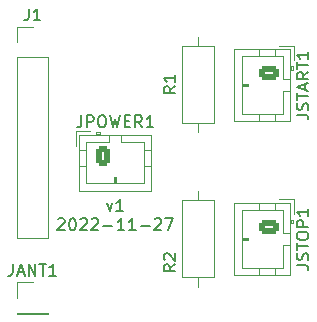
<source format=gto>
G04 #@! TF.GenerationSoftware,KiCad,Pcbnew,6.0.2+dfsg-1*
G04 #@! TF.CreationDate,2022-11-27T01:25:19-05:00*
G04 #@! TF.ProjectId,remote,72656d6f-7465-42e6-9b69-6361645f7063,rev?*
G04 #@! TF.SameCoordinates,Original*
G04 #@! TF.FileFunction,Legend,Top*
G04 #@! TF.FilePolarity,Positive*
%FSLAX46Y46*%
G04 Gerber Fmt 4.6, Leading zero omitted, Abs format (unit mm)*
G04 Created by KiCad (PCBNEW 6.0.2+dfsg-1) date 2022-11-27 01:25:19*
%MOMM*%
%LPD*%
G01*
G04 APERTURE LIST*
G04 Aperture macros list*
%AMRoundRect*
0 Rectangle with rounded corners*
0 $1 Rounding radius*
0 $2 $3 $4 $5 $6 $7 $8 $9 X,Y pos of 4 corners*
0 Add a 4 corners polygon primitive as box body*
4,1,4,$2,$3,$4,$5,$6,$7,$8,$9,$2,$3,0*
0 Add four circle primitives for the rounded corners*
1,1,$1+$1,$2,$3*
1,1,$1+$1,$4,$5*
1,1,$1+$1,$6,$7*
1,1,$1+$1,$8,$9*
0 Add four rect primitives between the rounded corners*
20,1,$1+$1,$2,$3,$4,$5,0*
20,1,$1+$1,$4,$5,$6,$7,0*
20,1,$1+$1,$6,$7,$8,$9,0*
20,1,$1+$1,$8,$9,$2,$3,0*%
G04 Aperture macros list end*
%ADD10C,0.150000*%
%ADD11C,0.120000*%
%ADD12C,3.200000*%
%ADD13C,1.600000*%
%ADD14O,1.600000X1.600000*%
%ADD15RoundRect,0.250000X-0.625000X0.350000X-0.625000X-0.350000X0.625000X-0.350000X0.625000X0.350000X0*%
%ADD16O,1.750000X1.200000*%
%ADD17RoundRect,0.250000X-0.350000X-0.625000X0.350000X-0.625000X0.350000X0.625000X-0.350000X0.625000X0*%
%ADD18O,1.200000X1.750000*%
%ADD19R,1.700000X1.700000*%
%ADD20O,1.700000X1.700000*%
G04 APERTURE END LIST*
D10*
X141285714Y-81980714D02*
X141523809Y-82647380D01*
X141761904Y-81980714D01*
X142666666Y-82647380D02*
X142095238Y-82647380D01*
X142380952Y-82647380D02*
X142380952Y-81647380D01*
X142285714Y-81790238D01*
X142190476Y-81885476D01*
X142095238Y-81933095D01*
X137142857Y-83352619D02*
X137190476Y-83305000D01*
X137285714Y-83257380D01*
X137523809Y-83257380D01*
X137619047Y-83305000D01*
X137666666Y-83352619D01*
X137714285Y-83447857D01*
X137714285Y-83543095D01*
X137666666Y-83685952D01*
X137095238Y-84257380D01*
X137714285Y-84257380D01*
X138333333Y-83257380D02*
X138428571Y-83257380D01*
X138523809Y-83305000D01*
X138571428Y-83352619D01*
X138619047Y-83447857D01*
X138666666Y-83638333D01*
X138666666Y-83876428D01*
X138619047Y-84066904D01*
X138571428Y-84162142D01*
X138523809Y-84209761D01*
X138428571Y-84257380D01*
X138333333Y-84257380D01*
X138238095Y-84209761D01*
X138190476Y-84162142D01*
X138142857Y-84066904D01*
X138095238Y-83876428D01*
X138095238Y-83638333D01*
X138142857Y-83447857D01*
X138190476Y-83352619D01*
X138238095Y-83305000D01*
X138333333Y-83257380D01*
X139047619Y-83352619D02*
X139095238Y-83305000D01*
X139190476Y-83257380D01*
X139428571Y-83257380D01*
X139523809Y-83305000D01*
X139571428Y-83352619D01*
X139619047Y-83447857D01*
X139619047Y-83543095D01*
X139571428Y-83685952D01*
X139000000Y-84257380D01*
X139619047Y-84257380D01*
X140000000Y-83352619D02*
X140047619Y-83305000D01*
X140142857Y-83257380D01*
X140380952Y-83257380D01*
X140476190Y-83305000D01*
X140523809Y-83352619D01*
X140571428Y-83447857D01*
X140571428Y-83543095D01*
X140523809Y-83685952D01*
X139952380Y-84257380D01*
X140571428Y-84257380D01*
X141000000Y-83876428D02*
X141761904Y-83876428D01*
X142761904Y-84257380D02*
X142190476Y-84257380D01*
X142476190Y-84257380D02*
X142476190Y-83257380D01*
X142380952Y-83400238D01*
X142285714Y-83495476D01*
X142190476Y-83543095D01*
X143714285Y-84257380D02*
X143142857Y-84257380D01*
X143428571Y-84257380D02*
X143428571Y-83257380D01*
X143333333Y-83400238D01*
X143238095Y-83495476D01*
X143142857Y-83543095D01*
X144142857Y-83876428D02*
X144904761Y-83876428D01*
X145333333Y-83352619D02*
X145380952Y-83305000D01*
X145476190Y-83257380D01*
X145714285Y-83257380D01*
X145809523Y-83305000D01*
X145857142Y-83352619D01*
X145904761Y-83447857D01*
X145904761Y-83543095D01*
X145857142Y-83685952D01*
X145285714Y-84257380D01*
X145904761Y-84257380D01*
X146238095Y-83257380D02*
X146904761Y-83257380D01*
X146476190Y-84257380D01*
X147082380Y-87166666D02*
X146606190Y-87500000D01*
X147082380Y-87738095D02*
X146082380Y-87738095D01*
X146082380Y-87357142D01*
X146130000Y-87261904D01*
X146177619Y-87214285D01*
X146272857Y-87166666D01*
X146415714Y-87166666D01*
X146510952Y-87214285D01*
X146558571Y-87261904D01*
X146606190Y-87357142D01*
X146606190Y-87738095D01*
X146177619Y-86785714D02*
X146130000Y-86738095D01*
X146082380Y-86642857D01*
X146082380Y-86404761D01*
X146130000Y-86309523D01*
X146177619Y-86261904D01*
X146272857Y-86214285D01*
X146368095Y-86214285D01*
X146510952Y-86261904D01*
X147082380Y-86833333D01*
X147082380Y-86214285D01*
X147082380Y-72086666D02*
X146606190Y-72420000D01*
X147082380Y-72658095D02*
X146082380Y-72658095D01*
X146082380Y-72277142D01*
X146130000Y-72181904D01*
X146177619Y-72134285D01*
X146272857Y-72086666D01*
X146415714Y-72086666D01*
X146510952Y-72134285D01*
X146558571Y-72181904D01*
X146606190Y-72277142D01*
X146606190Y-72658095D01*
X147082380Y-71134285D02*
X147082380Y-71705714D01*
X147082380Y-71420000D02*
X146082380Y-71420000D01*
X146225238Y-71515238D01*
X146320476Y-71610476D01*
X146368095Y-71705714D01*
X157352380Y-87214285D02*
X158066666Y-87214285D01*
X158209523Y-87261904D01*
X158304761Y-87357142D01*
X158352380Y-87500000D01*
X158352380Y-87595238D01*
X158304761Y-86785714D02*
X158352380Y-86642857D01*
X158352380Y-86404761D01*
X158304761Y-86309523D01*
X158257142Y-86261904D01*
X158161904Y-86214285D01*
X158066666Y-86214285D01*
X157971428Y-86261904D01*
X157923809Y-86309523D01*
X157876190Y-86404761D01*
X157828571Y-86595238D01*
X157780952Y-86690476D01*
X157733333Y-86738095D01*
X157638095Y-86785714D01*
X157542857Y-86785714D01*
X157447619Y-86738095D01*
X157400000Y-86690476D01*
X157352380Y-86595238D01*
X157352380Y-86357142D01*
X157400000Y-86214285D01*
X157352380Y-85928571D02*
X157352380Y-85357142D01*
X158352380Y-85642857D02*
X157352380Y-85642857D01*
X157352380Y-84833333D02*
X157352380Y-84642857D01*
X157400000Y-84547619D01*
X157495238Y-84452380D01*
X157685714Y-84404761D01*
X158019047Y-84404761D01*
X158209523Y-84452380D01*
X158304761Y-84547619D01*
X158352380Y-84642857D01*
X158352380Y-84833333D01*
X158304761Y-84928571D01*
X158209523Y-85023809D01*
X158019047Y-85071428D01*
X157685714Y-85071428D01*
X157495238Y-85023809D01*
X157400000Y-84928571D01*
X157352380Y-84833333D01*
X158352380Y-83976190D02*
X157352380Y-83976190D01*
X157352380Y-83595238D01*
X157400000Y-83500000D01*
X157447619Y-83452380D01*
X157542857Y-83404761D01*
X157685714Y-83404761D01*
X157780952Y-83452380D01*
X157828571Y-83500000D01*
X157876190Y-83595238D01*
X157876190Y-83976190D01*
X158352380Y-82452380D02*
X158352380Y-83023809D01*
X158352380Y-82738095D02*
X157352380Y-82738095D01*
X157495238Y-82833333D01*
X157590476Y-82928571D01*
X157638095Y-83023809D01*
X157352380Y-74500000D02*
X158066666Y-74500000D01*
X158209523Y-74547619D01*
X158304761Y-74642857D01*
X158352380Y-74785714D01*
X158352380Y-74880952D01*
X158304761Y-74071428D02*
X158352380Y-73928571D01*
X158352380Y-73690476D01*
X158304761Y-73595238D01*
X158257142Y-73547619D01*
X158161904Y-73500000D01*
X158066666Y-73500000D01*
X157971428Y-73547619D01*
X157923809Y-73595238D01*
X157876190Y-73690476D01*
X157828571Y-73880952D01*
X157780952Y-73976190D01*
X157733333Y-74023809D01*
X157638095Y-74071428D01*
X157542857Y-74071428D01*
X157447619Y-74023809D01*
X157400000Y-73976190D01*
X157352380Y-73880952D01*
X157352380Y-73642857D01*
X157400000Y-73500000D01*
X157352380Y-73214285D02*
X157352380Y-72642857D01*
X158352380Y-72928571D02*
X157352380Y-72928571D01*
X158066666Y-72357142D02*
X158066666Y-71880952D01*
X158352380Y-72452380D02*
X157352380Y-72119047D01*
X158352380Y-71785714D01*
X158352380Y-70880952D02*
X157876190Y-71214285D01*
X158352380Y-71452380D02*
X157352380Y-71452380D01*
X157352380Y-71071428D01*
X157400000Y-70976190D01*
X157447619Y-70928571D01*
X157542857Y-70880952D01*
X157685714Y-70880952D01*
X157780952Y-70928571D01*
X157828571Y-70976190D01*
X157876190Y-71071428D01*
X157876190Y-71452380D01*
X157352380Y-70595238D02*
X157352380Y-70023809D01*
X158352380Y-70309523D02*
X157352380Y-70309523D01*
X158352380Y-69166666D02*
X158352380Y-69738095D01*
X158352380Y-69452380D02*
X157352380Y-69452380D01*
X157495238Y-69547619D01*
X157590476Y-69642857D01*
X157638095Y-69738095D01*
X139119047Y-74552380D02*
X139119047Y-75266666D01*
X139071428Y-75409523D01*
X138976190Y-75504761D01*
X138833333Y-75552380D01*
X138738095Y-75552380D01*
X139595238Y-75552380D02*
X139595238Y-74552380D01*
X139976190Y-74552380D01*
X140071428Y-74600000D01*
X140119047Y-74647619D01*
X140166666Y-74742857D01*
X140166666Y-74885714D01*
X140119047Y-74980952D01*
X140071428Y-75028571D01*
X139976190Y-75076190D01*
X139595238Y-75076190D01*
X140785714Y-74552380D02*
X140976190Y-74552380D01*
X141071428Y-74600000D01*
X141166666Y-74695238D01*
X141214285Y-74885714D01*
X141214285Y-75219047D01*
X141166666Y-75409523D01*
X141071428Y-75504761D01*
X140976190Y-75552380D01*
X140785714Y-75552380D01*
X140690476Y-75504761D01*
X140595238Y-75409523D01*
X140547619Y-75219047D01*
X140547619Y-74885714D01*
X140595238Y-74695238D01*
X140690476Y-74600000D01*
X140785714Y-74552380D01*
X141547619Y-74552380D02*
X141785714Y-75552380D01*
X141976190Y-74838095D01*
X142166666Y-75552380D01*
X142404761Y-74552380D01*
X142785714Y-75028571D02*
X143119047Y-75028571D01*
X143261904Y-75552380D02*
X142785714Y-75552380D01*
X142785714Y-74552380D01*
X143261904Y-74552380D01*
X144261904Y-75552380D02*
X143928571Y-75076190D01*
X143690476Y-75552380D02*
X143690476Y-74552380D01*
X144071428Y-74552380D01*
X144166666Y-74600000D01*
X144214285Y-74647619D01*
X144261904Y-74742857D01*
X144261904Y-74885714D01*
X144214285Y-74980952D01*
X144166666Y-75028571D01*
X144071428Y-75076190D01*
X143690476Y-75076190D01*
X145214285Y-75552380D02*
X144642857Y-75552380D01*
X144928571Y-75552380D02*
X144928571Y-74552380D01*
X144833333Y-74695238D01*
X144738095Y-74790476D01*
X144642857Y-74838095D01*
X133333333Y-87122380D02*
X133333333Y-87836666D01*
X133285714Y-87979523D01*
X133190476Y-88074761D01*
X133047619Y-88122380D01*
X132952380Y-88122380D01*
X133761904Y-87836666D02*
X134238095Y-87836666D01*
X133666666Y-88122380D02*
X134000000Y-87122380D01*
X134333333Y-88122380D01*
X134666666Y-88122380D02*
X134666666Y-87122380D01*
X135238095Y-88122380D01*
X135238095Y-87122380D01*
X135571428Y-87122380D02*
X136142857Y-87122380D01*
X135857142Y-88122380D02*
X135857142Y-87122380D01*
X137000000Y-88122380D02*
X136428571Y-88122380D01*
X136714285Y-88122380D02*
X136714285Y-87122380D01*
X136619047Y-87265238D01*
X136523809Y-87360476D01*
X136428571Y-87408095D01*
X134666666Y-65497380D02*
X134666666Y-66211666D01*
X134619047Y-66354523D01*
X134523809Y-66449761D01*
X134380952Y-66497380D01*
X134285714Y-66497380D01*
X135666666Y-66497380D02*
X135095238Y-66497380D01*
X135380952Y-66497380D02*
X135380952Y-65497380D01*
X135285714Y-65640238D01*
X135190476Y-65735476D01*
X135095238Y-65783095D01*
D11*
X149000000Y-80960000D02*
X149000000Y-81730000D01*
X149000000Y-89040000D02*
X149000000Y-88270000D01*
X147630000Y-88270000D02*
X150370000Y-88270000D01*
X150370000Y-81730000D02*
X147630000Y-81730000D01*
X150370000Y-88270000D02*
X150370000Y-81730000D01*
X147630000Y-81730000D02*
X147630000Y-88270000D01*
X149000000Y-67880000D02*
X149000000Y-68650000D01*
X149000000Y-75960000D02*
X149000000Y-75190000D01*
X147630000Y-75190000D02*
X150370000Y-75190000D01*
X150370000Y-68650000D02*
X147630000Y-68650000D01*
X150370000Y-75190000D02*
X150370000Y-68650000D01*
X147630000Y-68650000D02*
X147630000Y-75190000D01*
X157010000Y-83400000D02*
X156810000Y-83400000D01*
X152700000Y-82550000D02*
X152700000Y-87450000D01*
X152700000Y-87450000D02*
X156200000Y-87450000D01*
X154200000Y-81940000D02*
X154200000Y-82550000D01*
X153200000Y-85100000D02*
X152700000Y-85100000D01*
X156810000Y-84500000D02*
X156200000Y-84500000D01*
X156200000Y-82550000D02*
X152700000Y-82550000D01*
X156810000Y-83700000D02*
X157010000Y-83700000D01*
X156810000Y-81940000D02*
X152090000Y-81940000D01*
X156810000Y-88060000D02*
X156810000Y-81940000D01*
X156200000Y-84500000D02*
X156200000Y-82550000D01*
X154200000Y-88060000D02*
X154200000Y-87450000D01*
X156200000Y-87450000D02*
X156200000Y-85500000D01*
X155500000Y-81940000D02*
X155500000Y-82550000D01*
X152700000Y-85000000D02*
X153200000Y-85000000D01*
X153200000Y-84900000D02*
X153200000Y-85100000D01*
X152090000Y-88060000D02*
X156810000Y-88060000D01*
X156910000Y-83700000D02*
X156910000Y-83400000D01*
X156200000Y-85500000D02*
X156810000Y-85500000D01*
X157110000Y-81640000D02*
X155860000Y-81640000D01*
X157110000Y-82890000D02*
X157110000Y-81640000D01*
X152090000Y-81940000D02*
X152090000Y-88060000D01*
X155500000Y-88060000D02*
X155500000Y-87450000D01*
X157010000Y-83700000D02*
X157010000Y-83400000D01*
X152700000Y-84900000D02*
X153200000Y-84900000D01*
X157010000Y-70400000D02*
X156810000Y-70400000D01*
X152700000Y-69550000D02*
X152700000Y-74450000D01*
X152700000Y-74450000D02*
X156200000Y-74450000D01*
X154200000Y-68940000D02*
X154200000Y-69550000D01*
X153200000Y-72100000D02*
X152700000Y-72100000D01*
X156810000Y-71500000D02*
X156200000Y-71500000D01*
X156200000Y-69550000D02*
X152700000Y-69550000D01*
X156810000Y-70700000D02*
X157010000Y-70700000D01*
X156810000Y-68940000D02*
X152090000Y-68940000D01*
X156810000Y-75060000D02*
X156810000Y-68940000D01*
X156200000Y-71500000D02*
X156200000Y-69550000D01*
X154200000Y-75060000D02*
X154200000Y-74450000D01*
X156200000Y-74450000D02*
X156200000Y-72500000D01*
X155500000Y-68940000D02*
X155500000Y-69550000D01*
X152700000Y-72000000D02*
X153200000Y-72000000D01*
X153200000Y-71900000D02*
X153200000Y-72100000D01*
X152090000Y-75060000D02*
X156810000Y-75060000D01*
X156910000Y-70700000D02*
X156910000Y-70400000D01*
X156200000Y-72500000D02*
X156810000Y-72500000D01*
X157110000Y-68640000D02*
X155860000Y-68640000D01*
X157110000Y-69890000D02*
X157110000Y-68640000D01*
X152090000Y-68940000D02*
X152090000Y-75060000D01*
X155500000Y-75060000D02*
X155500000Y-74450000D01*
X157010000Y-70700000D02*
X157010000Y-70400000D01*
X152700000Y-71900000D02*
X153200000Y-71900000D01*
X140400000Y-75990000D02*
X140400000Y-76190000D01*
X139550000Y-80300000D02*
X144450000Y-80300000D01*
X144450000Y-80300000D02*
X144450000Y-76800000D01*
X138940000Y-78800000D02*
X139550000Y-78800000D01*
X142100000Y-79800000D02*
X142100000Y-80300000D01*
X141500000Y-76190000D02*
X141500000Y-76800000D01*
X139550000Y-76800000D02*
X139550000Y-80300000D01*
X140700000Y-76190000D02*
X140700000Y-75990000D01*
X138940000Y-76190000D02*
X138940000Y-80910000D01*
X145060000Y-76190000D02*
X138940000Y-76190000D01*
X141500000Y-76800000D02*
X139550000Y-76800000D01*
X145060000Y-78800000D02*
X144450000Y-78800000D01*
X144450000Y-76800000D02*
X142500000Y-76800000D01*
X138940000Y-77500000D02*
X139550000Y-77500000D01*
X142000000Y-80300000D02*
X142000000Y-79800000D01*
X141900000Y-79800000D02*
X142100000Y-79800000D01*
X145060000Y-80910000D02*
X145060000Y-76190000D01*
X140700000Y-76090000D02*
X140400000Y-76090000D01*
X142500000Y-76800000D02*
X142500000Y-76190000D01*
X138640000Y-75890000D02*
X138640000Y-77140000D01*
X139890000Y-75890000D02*
X138640000Y-75890000D01*
X138940000Y-80910000D02*
X145060000Y-80910000D01*
X145060000Y-77500000D02*
X144450000Y-77500000D01*
X140700000Y-75990000D02*
X140400000Y-75990000D01*
X141900000Y-80300000D02*
X141900000Y-79800000D01*
X133670000Y-88670000D02*
X135000000Y-88670000D01*
X133670000Y-91270000D02*
X136330000Y-91270000D01*
X133670000Y-91330000D02*
X136330000Y-91330000D01*
X136330000Y-91270000D02*
X136330000Y-91330000D01*
X133670000Y-91270000D02*
X133670000Y-91330000D01*
X133670000Y-90000000D02*
X133670000Y-88670000D01*
X133670000Y-69645000D02*
X136330000Y-69645000D01*
X133670000Y-69645000D02*
X133670000Y-84945000D01*
X133670000Y-67045000D02*
X135000000Y-67045000D01*
X133670000Y-84945000D02*
X136330000Y-84945000D01*
X133670000Y-68375000D02*
X133670000Y-67045000D01*
X136330000Y-69645000D02*
X136330000Y-84945000D01*
%LPC*%
D12*
X142000000Y-88000000D03*
X142000000Y-68000000D03*
D13*
X149000000Y-90080000D03*
D14*
X149000000Y-79920000D03*
D13*
X149000000Y-77000000D03*
D14*
X149000000Y-66840000D03*
D15*
X155000000Y-84000000D03*
D16*
X155000000Y-86000000D03*
D15*
X155000000Y-71000000D03*
D16*
X155000000Y-73000000D03*
D17*
X141000000Y-78000000D03*
D18*
X143000000Y-78000000D03*
D19*
X135000000Y-90000000D03*
X135000000Y-68375000D03*
D20*
X135000000Y-70915000D03*
X135000000Y-73455000D03*
X135000000Y-75995000D03*
X135000000Y-78535000D03*
X135000000Y-81075000D03*
X135000000Y-83615000D03*
M02*

</source>
